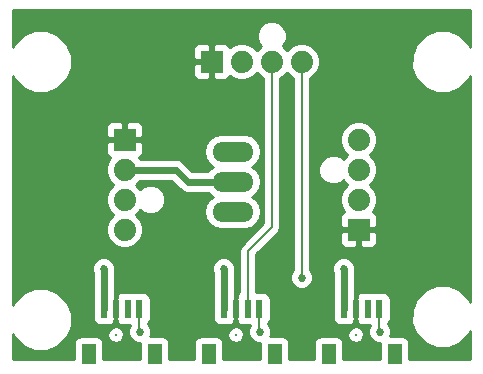
<source format=gtl>
G04 #@! TF.FileFunction,Copper,L1,Top,Signal*
%FSLAX46Y46*%
G04 Gerber Fmt 4.6, Leading zero omitted, Abs format (unit mm)*
G04 Created by KiCad (PCBNEW 4.0.6) date Friday, March 31, 2017 'PMt' 06:41:41 PM*
%MOMM*%
%LPD*%
G01*
G04 APERTURE LIST*
%ADD10C,0.100000*%
%ADD11R,0.600000X1.550000*%
%ADD12R,1.200000X1.800000*%
%ADD13C,1.879600*%
%ADD14R,1.879600X1.879600*%
%ADD15O,3.500120X1.699260*%
%ADD16C,0.685800*%
%ADD17C,0.152400*%
%ADD18C,0.600000*%
%ADD19C,0.254000*%
G04 APERTURE END LIST*
D10*
D11*
X157250000Y-119982500D03*
X158250000Y-119982500D03*
X159250000Y-119982500D03*
X160250000Y-119982500D03*
D12*
X155950000Y-123857500D03*
X161550000Y-123857500D03*
D13*
X158496000Y-110744000D03*
D14*
X158496000Y-113284000D03*
D13*
X158496000Y-105664000D03*
X158496000Y-108204000D03*
X138684000Y-108204000D03*
D14*
X138684000Y-105664000D03*
D13*
X138684000Y-113284000D03*
X138684000Y-110744000D03*
D15*
X147828000Y-109220000D03*
X147828000Y-106680000D03*
X147828000Y-111760000D03*
D11*
X147090000Y-119982500D03*
X148090000Y-119982500D03*
X149090000Y-119982500D03*
X150090000Y-119982500D03*
D12*
X145790000Y-123857500D03*
X151390000Y-123857500D03*
D11*
X136930000Y-119982500D03*
X137930000Y-119982500D03*
X138930000Y-119982500D03*
X139930000Y-119982500D03*
D12*
X135630000Y-123857500D03*
X141230000Y-123857500D03*
D13*
X148590000Y-99060000D03*
D14*
X146050000Y-99060000D03*
D13*
X153670000Y-99060000D03*
X151130000Y-99060000D03*
D16*
X157226000Y-116586000D03*
X136906000Y-116586000D03*
X147066000Y-116586000D03*
X153670000Y-117348000D03*
X150114000Y-121920000D03*
X160274000Y-121920000D03*
X139954000Y-121920000D03*
D17*
X137922000Y-122174000D02*
X137930000Y-122166000D01*
X148082000Y-122174000D02*
X148090000Y-122166000D01*
X158242000Y-122174000D02*
X158250000Y-122166000D01*
D18*
X138684000Y-108204000D02*
X143002000Y-108204000D01*
X144018000Y-109220000D02*
X147828000Y-109220000D01*
X143002000Y-108204000D02*
X144018000Y-109220000D01*
D17*
X138684000Y-108204000D02*
X138684000Y-107950000D01*
X146558000Y-109220000D02*
X147828000Y-109220000D01*
D18*
X157250000Y-119982500D02*
X157250000Y-116610000D01*
D17*
X157250000Y-116610000D02*
X157226000Y-116586000D01*
D18*
X136930000Y-119982500D02*
X136930000Y-116610000D01*
D17*
X136930000Y-116610000D02*
X136906000Y-116586000D01*
D18*
X147090000Y-119982500D02*
X147090000Y-116610000D01*
D17*
X147090000Y-116610000D02*
X147066000Y-116586000D01*
X153670000Y-99060000D02*
X153670000Y-117348000D01*
X150090000Y-119982500D02*
X150090000Y-121896000D01*
X150090000Y-121896000D02*
X150114000Y-121920000D01*
X139930000Y-119982500D02*
X139930000Y-121896000D01*
X160250000Y-121896000D02*
X160250000Y-119982500D01*
X160274000Y-121920000D02*
X160250000Y-121896000D01*
X139930000Y-121896000D02*
X139954000Y-121920000D01*
X151130000Y-99060000D02*
X151130000Y-113030000D01*
X149090000Y-115070000D02*
X149090000Y-119982500D01*
X151130000Y-113030000D02*
X149090000Y-115070000D01*
D19*
G36*
X167946000Y-97818265D02*
X167843147Y-97569342D01*
X167102557Y-96827458D01*
X166134433Y-96425458D01*
X165086166Y-96424543D01*
X164117342Y-96824853D01*
X163375458Y-97565443D01*
X162973458Y-98533567D01*
X162972543Y-99581834D01*
X163372853Y-100550658D01*
X164113443Y-101292542D01*
X165081567Y-101694542D01*
X166129834Y-101695457D01*
X167098658Y-101295147D01*
X167840542Y-100554557D01*
X167946000Y-100300586D01*
X167946000Y-119408265D01*
X167843147Y-119159342D01*
X167102557Y-118417458D01*
X166134433Y-118015458D01*
X165086166Y-118014543D01*
X164117342Y-118414853D01*
X163375458Y-119155443D01*
X162973458Y-120123567D01*
X162972543Y-121171834D01*
X163372853Y-122140658D01*
X164113443Y-122882542D01*
X165081567Y-123284542D01*
X166129834Y-123285457D01*
X167098658Y-122885147D01*
X167840542Y-122144557D01*
X167946000Y-121890586D01*
X167946000Y-124258000D01*
X162797440Y-124258000D01*
X162797440Y-122957500D01*
X162753162Y-122722183D01*
X162614090Y-122506059D01*
X162401890Y-122361069D01*
X162150000Y-122310060D01*
X161170888Y-122310060D01*
X161251730Y-122115370D01*
X161252069Y-121726337D01*
X161103507Y-121366788D01*
X160975333Y-121238390D01*
X161001441Y-121221590D01*
X161146431Y-121009390D01*
X161197440Y-120757500D01*
X161197440Y-119207500D01*
X161153162Y-118972183D01*
X161014090Y-118756059D01*
X160801890Y-118611069D01*
X160550000Y-118560060D01*
X159950000Y-118560060D01*
X159742658Y-118599074D01*
X159550000Y-118560060D01*
X158950000Y-118560060D01*
X158741150Y-118599358D01*
X158676309Y-118572500D01*
X158535750Y-118572500D01*
X158377000Y-118731250D01*
X158377000Y-118921318D01*
X158353569Y-118955610D01*
X158302560Y-119207500D01*
X158302560Y-120757500D01*
X158346838Y-120992817D01*
X158377000Y-121039690D01*
X158377000Y-121233750D01*
X158535750Y-121392500D01*
X158676309Y-121392500D01*
X158746007Y-121363630D01*
X158950000Y-121404940D01*
X159429017Y-121404940D01*
X159296270Y-121724630D01*
X159295931Y-122113663D01*
X159444493Y-122473212D01*
X159719341Y-122748540D01*
X160078630Y-122897730D01*
X160314622Y-122897936D01*
X160302560Y-122957500D01*
X160302560Y-124258000D01*
X157197440Y-124258000D01*
X157197440Y-122957500D01*
X157153162Y-122722183D01*
X157014090Y-122506059D01*
X156801890Y-122361069D01*
X156550000Y-122310060D01*
X155350000Y-122310060D01*
X155114683Y-122354338D01*
X154898559Y-122493410D01*
X154753569Y-122705610D01*
X154702560Y-122957500D01*
X154702560Y-124258000D01*
X152637440Y-124258000D01*
X152637440Y-122957500D01*
X152593162Y-122722183D01*
X152454090Y-122506059D01*
X152241890Y-122361069D01*
X151990000Y-122310060D01*
X151010888Y-122310060D01*
X151067384Y-122174000D01*
X157530800Y-122174000D01*
X157584937Y-122446165D01*
X157739106Y-122676894D01*
X157969835Y-122831063D01*
X158242000Y-122885200D01*
X158514165Y-122831063D01*
X158744894Y-122676894D01*
X158752895Y-122668894D01*
X158907063Y-122438164D01*
X158961200Y-122166000D01*
X158907063Y-121893835D01*
X158752895Y-121663105D01*
X158522165Y-121508937D01*
X158250000Y-121454800D01*
X157977836Y-121508937D01*
X157747106Y-121663105D01*
X157739106Y-121671106D01*
X157584937Y-121901835D01*
X157530800Y-122174000D01*
X151067384Y-122174000D01*
X151091730Y-122115370D01*
X151092069Y-121726337D01*
X150943507Y-121366788D01*
X150815333Y-121238390D01*
X150841441Y-121221590D01*
X150986431Y-121009390D01*
X151037440Y-120757500D01*
X151037440Y-119207500D01*
X150993162Y-118972183D01*
X150854090Y-118756059D01*
X150641890Y-118611069D01*
X150390000Y-118560060D01*
X149801200Y-118560060D01*
X149801200Y-115364588D01*
X151632895Y-113532894D01*
X151787063Y-113302164D01*
X151841200Y-113030000D01*
X151841200Y-100470074D01*
X152020887Y-100395829D01*
X152400273Y-100017104D01*
X152776783Y-100394272D01*
X152958800Y-100469852D01*
X152958800Y-116676206D01*
X152841460Y-116793341D01*
X152692270Y-117152630D01*
X152691931Y-117541663D01*
X152840493Y-117901212D01*
X153115341Y-118176540D01*
X153474630Y-118325730D01*
X153863663Y-118326069D01*
X154223212Y-118177507D01*
X154498540Y-117902659D01*
X154647730Y-117543370D01*
X154648069Y-117154337D01*
X154499507Y-116794788D01*
X154484409Y-116779663D01*
X156247931Y-116779663D01*
X156315000Y-116941983D01*
X156315000Y-119146069D01*
X156302560Y-119207500D01*
X156302560Y-120757500D01*
X156346838Y-120992817D01*
X156485910Y-121208941D01*
X156698110Y-121353931D01*
X156950000Y-121404940D01*
X157550000Y-121404940D01*
X157758850Y-121365642D01*
X157823691Y-121392500D01*
X157964250Y-121392500D01*
X158123000Y-121233750D01*
X158123000Y-121043682D01*
X158146431Y-121009390D01*
X158197440Y-120757500D01*
X158197440Y-119207500D01*
X158185000Y-119141387D01*
X158185000Y-116826477D01*
X158203730Y-116781370D01*
X158204069Y-116392337D01*
X158055507Y-116032788D01*
X157780659Y-115757460D01*
X157421370Y-115608270D01*
X157032337Y-115607931D01*
X156672788Y-115756493D01*
X156397460Y-116031341D01*
X156248270Y-116390630D01*
X156247931Y-116779663D01*
X154484409Y-116779663D01*
X154381200Y-116676274D01*
X154381200Y-113569750D01*
X156921200Y-113569750D01*
X156921200Y-114350109D01*
X157017873Y-114583498D01*
X157196501Y-114762127D01*
X157429890Y-114858800D01*
X158210250Y-114858800D01*
X158369000Y-114700050D01*
X158369000Y-113411000D01*
X158623000Y-113411000D01*
X158623000Y-114700050D01*
X158781750Y-114858800D01*
X159562110Y-114858800D01*
X159795499Y-114762127D01*
X159974127Y-114583498D01*
X160070800Y-114350109D01*
X160070800Y-113569750D01*
X159912050Y-113411000D01*
X158623000Y-113411000D01*
X158369000Y-113411000D01*
X157079950Y-113411000D01*
X156921200Y-113569750D01*
X154381200Y-113569750D01*
X154381200Y-108453530D01*
X155075782Y-108453530D01*
X155267201Y-108916800D01*
X155621335Y-109271553D01*
X156084271Y-109463781D01*
X156585530Y-109464218D01*
X157048800Y-109272799D01*
X157193539Y-109128313D01*
X157538896Y-109474273D01*
X157161728Y-109850783D01*
X156921474Y-110429379D01*
X156920927Y-111055873D01*
X157160171Y-111634887D01*
X157291555Y-111766500D01*
X157196501Y-111805873D01*
X157017873Y-111984502D01*
X156921200Y-112217891D01*
X156921200Y-112998250D01*
X157079950Y-113157000D01*
X158369000Y-113157000D01*
X158369000Y-113137000D01*
X158623000Y-113137000D01*
X158623000Y-113157000D01*
X159912050Y-113157000D01*
X160070800Y-112998250D01*
X160070800Y-112217891D01*
X159974127Y-111984502D01*
X159795499Y-111805873D01*
X159700670Y-111766593D01*
X159830272Y-111637217D01*
X160070526Y-111058621D01*
X160071073Y-110432127D01*
X159831829Y-109853113D01*
X159453104Y-109473727D01*
X159830272Y-109097217D01*
X160070526Y-108518621D01*
X160071073Y-107892127D01*
X159831829Y-107313113D01*
X159453104Y-106933727D01*
X159830272Y-106557217D01*
X160070526Y-105978621D01*
X160071073Y-105352127D01*
X159831829Y-104773113D01*
X159389217Y-104329728D01*
X158810621Y-104089474D01*
X158184127Y-104088927D01*
X157605113Y-104328171D01*
X157161728Y-104770783D01*
X156921474Y-105349379D01*
X156920927Y-105975873D01*
X157160171Y-106554887D01*
X157538896Y-106934273D01*
X157193267Y-107279299D01*
X157050665Y-107136447D01*
X156587729Y-106944219D01*
X156086470Y-106943782D01*
X155623200Y-107135201D01*
X155268447Y-107489335D01*
X155076219Y-107952271D01*
X155075782Y-108453530D01*
X154381200Y-108453530D01*
X154381200Y-100470074D01*
X154560887Y-100395829D01*
X155004272Y-99953217D01*
X155244526Y-99374621D01*
X155245073Y-98748127D01*
X155005829Y-98169113D01*
X154563217Y-97725728D01*
X153984621Y-97485474D01*
X153358127Y-97484927D01*
X152779113Y-97724171D01*
X152399727Y-98102896D01*
X152054701Y-97757267D01*
X152197553Y-97614665D01*
X152389781Y-97151729D01*
X152390218Y-96650470D01*
X152198799Y-96187200D01*
X151844665Y-95832447D01*
X151381729Y-95640219D01*
X150880470Y-95639782D01*
X150417200Y-95831201D01*
X150062447Y-96185335D01*
X149870219Y-96648271D01*
X149869782Y-97149530D01*
X150061201Y-97612800D01*
X150205687Y-97757539D01*
X149859727Y-98102896D01*
X149483217Y-97725728D01*
X148904621Y-97485474D01*
X148278127Y-97484927D01*
X147699113Y-97724171D01*
X147567500Y-97855555D01*
X147528127Y-97760501D01*
X147349498Y-97581873D01*
X147116109Y-97485200D01*
X146335750Y-97485200D01*
X146177000Y-97643950D01*
X146177000Y-98933000D01*
X146197000Y-98933000D01*
X146197000Y-99187000D01*
X146177000Y-99187000D01*
X146177000Y-100476050D01*
X146335750Y-100634800D01*
X147116109Y-100634800D01*
X147349498Y-100538127D01*
X147528127Y-100359499D01*
X147567407Y-100264670D01*
X147696783Y-100394272D01*
X148275379Y-100634526D01*
X148901873Y-100635073D01*
X149480887Y-100395829D01*
X149860273Y-100017104D01*
X150236783Y-100394272D01*
X150418800Y-100469852D01*
X150418800Y-112735411D01*
X148587106Y-114567106D01*
X148432937Y-114797835D01*
X148432937Y-114797836D01*
X148378800Y-115070000D01*
X148378800Y-118572500D01*
X148375750Y-118572500D01*
X148217000Y-118731250D01*
X148217000Y-118921318D01*
X148193569Y-118955610D01*
X148142560Y-119207500D01*
X148142560Y-120757500D01*
X148186838Y-120992817D01*
X148217000Y-121039690D01*
X148217000Y-121233750D01*
X148375750Y-121392500D01*
X148516309Y-121392500D01*
X148586007Y-121363630D01*
X148790000Y-121404940D01*
X149269017Y-121404940D01*
X149136270Y-121724630D01*
X149135931Y-122113663D01*
X149284493Y-122473212D01*
X149559341Y-122748540D01*
X149918630Y-122897730D01*
X150154622Y-122897936D01*
X150142560Y-122957500D01*
X150142560Y-124258000D01*
X147037440Y-124258000D01*
X147037440Y-122957500D01*
X146993162Y-122722183D01*
X146854090Y-122506059D01*
X146641890Y-122361069D01*
X146390000Y-122310060D01*
X145190000Y-122310060D01*
X144954683Y-122354338D01*
X144738559Y-122493410D01*
X144593569Y-122705610D01*
X144542560Y-122957500D01*
X144542560Y-124258000D01*
X142477440Y-124258000D01*
X142477440Y-122957500D01*
X142433162Y-122722183D01*
X142294090Y-122506059D01*
X142081890Y-122361069D01*
X141830000Y-122310060D01*
X140850888Y-122310060D01*
X140907384Y-122174000D01*
X147370800Y-122174000D01*
X147424937Y-122446165D01*
X147579106Y-122676894D01*
X147809835Y-122831063D01*
X148082000Y-122885200D01*
X148354165Y-122831063D01*
X148584894Y-122676894D01*
X148592895Y-122668894D01*
X148747063Y-122438164D01*
X148801200Y-122166000D01*
X148747063Y-121893835D01*
X148592895Y-121663105D01*
X148362165Y-121508937D01*
X148090000Y-121454800D01*
X147817836Y-121508937D01*
X147587106Y-121663105D01*
X147579106Y-121671106D01*
X147424937Y-121901835D01*
X147370800Y-122174000D01*
X140907384Y-122174000D01*
X140931730Y-122115370D01*
X140932069Y-121726337D01*
X140783507Y-121366788D01*
X140655333Y-121238390D01*
X140681441Y-121221590D01*
X140826431Y-121009390D01*
X140877440Y-120757500D01*
X140877440Y-119207500D01*
X140833162Y-118972183D01*
X140694090Y-118756059D01*
X140481890Y-118611069D01*
X140230000Y-118560060D01*
X139630000Y-118560060D01*
X139422658Y-118599074D01*
X139230000Y-118560060D01*
X138630000Y-118560060D01*
X138421150Y-118599358D01*
X138356309Y-118572500D01*
X138215750Y-118572500D01*
X138057000Y-118731250D01*
X138057000Y-118921318D01*
X138033569Y-118955610D01*
X137982560Y-119207500D01*
X137982560Y-120757500D01*
X138026838Y-120992817D01*
X138057000Y-121039690D01*
X138057000Y-121233750D01*
X138215750Y-121392500D01*
X138356309Y-121392500D01*
X138426007Y-121363630D01*
X138630000Y-121404940D01*
X139109017Y-121404940D01*
X138976270Y-121724630D01*
X138975931Y-122113663D01*
X139124493Y-122473212D01*
X139399341Y-122748540D01*
X139758630Y-122897730D01*
X139994622Y-122897936D01*
X139982560Y-122957500D01*
X139982560Y-124258000D01*
X136877440Y-124258000D01*
X136877440Y-122957500D01*
X136833162Y-122722183D01*
X136694090Y-122506059D01*
X136481890Y-122361069D01*
X136230000Y-122310060D01*
X135030000Y-122310060D01*
X134794683Y-122354338D01*
X134578559Y-122493410D01*
X134433569Y-122705610D01*
X134382560Y-122957500D01*
X134382560Y-124258000D01*
X129234000Y-124258000D01*
X129234000Y-122145735D01*
X129336853Y-122394658D01*
X130077443Y-123136542D01*
X131045567Y-123538542D01*
X132093834Y-123539457D01*
X133062658Y-123139147D01*
X133804542Y-122398557D01*
X133897786Y-122174000D01*
X137210800Y-122174000D01*
X137264937Y-122446165D01*
X137419106Y-122676894D01*
X137649835Y-122831063D01*
X137922000Y-122885200D01*
X138194165Y-122831063D01*
X138424894Y-122676894D01*
X138432895Y-122668894D01*
X138587063Y-122438164D01*
X138641200Y-122166000D01*
X138587063Y-121893835D01*
X138432895Y-121663105D01*
X138202165Y-121508937D01*
X137930000Y-121454800D01*
X137657836Y-121508937D01*
X137427106Y-121663105D01*
X137419106Y-121671106D01*
X137264937Y-121901835D01*
X137210800Y-122174000D01*
X133897786Y-122174000D01*
X134206542Y-121430433D01*
X134207457Y-120382166D01*
X133807147Y-119413342D01*
X133066557Y-118671458D01*
X132098433Y-118269458D01*
X131050166Y-118268543D01*
X130081342Y-118668853D01*
X129339458Y-119409443D01*
X129234000Y-119663414D01*
X129234000Y-116779663D01*
X135927931Y-116779663D01*
X135995000Y-116941983D01*
X135995000Y-119146069D01*
X135982560Y-119207500D01*
X135982560Y-120757500D01*
X136026838Y-120992817D01*
X136165910Y-121208941D01*
X136378110Y-121353931D01*
X136630000Y-121404940D01*
X137230000Y-121404940D01*
X137438850Y-121365642D01*
X137503691Y-121392500D01*
X137644250Y-121392500D01*
X137803000Y-121233750D01*
X137803000Y-121043682D01*
X137826431Y-121009390D01*
X137877440Y-120757500D01*
X137877440Y-119207500D01*
X137865000Y-119141387D01*
X137865000Y-116826477D01*
X137883730Y-116781370D01*
X137883731Y-116779663D01*
X146087931Y-116779663D01*
X146155000Y-116941983D01*
X146155000Y-119146069D01*
X146142560Y-119207500D01*
X146142560Y-120757500D01*
X146186838Y-120992817D01*
X146325910Y-121208941D01*
X146538110Y-121353931D01*
X146790000Y-121404940D01*
X147390000Y-121404940D01*
X147598850Y-121365642D01*
X147663691Y-121392500D01*
X147804250Y-121392500D01*
X147963000Y-121233750D01*
X147963000Y-121043682D01*
X147986431Y-121009390D01*
X148037440Y-120757500D01*
X148037440Y-119207500D01*
X148025000Y-119141387D01*
X148025000Y-116826477D01*
X148043730Y-116781370D01*
X148044069Y-116392337D01*
X147895507Y-116032788D01*
X147620659Y-115757460D01*
X147261370Y-115608270D01*
X146872337Y-115607931D01*
X146512788Y-115756493D01*
X146237460Y-116031341D01*
X146088270Y-116390630D01*
X146087931Y-116779663D01*
X137883731Y-116779663D01*
X137884069Y-116392337D01*
X137735507Y-116032788D01*
X137460659Y-115757460D01*
X137101370Y-115608270D01*
X136712337Y-115607931D01*
X136352788Y-115756493D01*
X136077460Y-116031341D01*
X135928270Y-116390630D01*
X135927931Y-116779663D01*
X129234000Y-116779663D01*
X129234000Y-108515873D01*
X137108927Y-108515873D01*
X137348171Y-109094887D01*
X137726896Y-109474273D01*
X137349728Y-109850783D01*
X137109474Y-110429379D01*
X137108927Y-111055873D01*
X137348171Y-111634887D01*
X137726896Y-112014273D01*
X137349728Y-112390783D01*
X137109474Y-112969379D01*
X137108927Y-113595873D01*
X137348171Y-114174887D01*
X137790783Y-114618272D01*
X138369379Y-114858526D01*
X138995873Y-114859073D01*
X139574887Y-114619829D01*
X140018272Y-114177217D01*
X140258526Y-113598621D01*
X140259073Y-112972127D01*
X140019829Y-112393113D01*
X139641104Y-112013727D01*
X139986733Y-111668701D01*
X140129335Y-111811553D01*
X140592271Y-112003781D01*
X141093530Y-112004218D01*
X141556800Y-111812799D01*
X141911553Y-111458665D01*
X142103781Y-110995729D01*
X142104218Y-110494470D01*
X141912799Y-110031200D01*
X141558665Y-109676447D01*
X141095729Y-109484219D01*
X140594470Y-109483782D01*
X140131200Y-109675201D01*
X139986461Y-109819687D01*
X139641104Y-109473727D01*
X139976416Y-109139000D01*
X142614710Y-109139000D01*
X143356855Y-109881145D01*
X143660191Y-110083827D01*
X144018000Y-110155000D01*
X145754351Y-110155000D01*
X145831052Y-110269792D01*
X146160617Y-110490000D01*
X145831052Y-110710208D01*
X145509225Y-111191857D01*
X145396214Y-111760000D01*
X145509225Y-112328143D01*
X145831052Y-112809792D01*
X146312701Y-113131619D01*
X146880844Y-113244630D01*
X148775156Y-113244630D01*
X149343299Y-113131619D01*
X149824948Y-112809792D01*
X150146775Y-112328143D01*
X150259786Y-111760000D01*
X150146775Y-111191857D01*
X149824948Y-110710208D01*
X149495383Y-110490000D01*
X149824948Y-110269792D01*
X150146775Y-109788143D01*
X150259786Y-109220000D01*
X150146775Y-108651857D01*
X149824948Y-108170208D01*
X149495383Y-107950000D01*
X149824948Y-107729792D01*
X150146775Y-107248143D01*
X150259786Y-106680000D01*
X150146775Y-106111857D01*
X149824948Y-105630208D01*
X149343299Y-105308381D01*
X148775156Y-105195370D01*
X146880844Y-105195370D01*
X146312701Y-105308381D01*
X145831052Y-105630208D01*
X145509225Y-106111857D01*
X145396214Y-106680000D01*
X145509225Y-107248143D01*
X145831052Y-107729792D01*
X146160617Y-107950000D01*
X145831052Y-108170208D01*
X145754351Y-108285000D01*
X144405290Y-108285000D01*
X143663145Y-107542855D01*
X143359809Y-107340173D01*
X143002000Y-107269000D01*
X139975793Y-107269000D01*
X139888445Y-107181500D01*
X139983499Y-107142127D01*
X140162127Y-106963498D01*
X140258800Y-106730109D01*
X140258800Y-105949750D01*
X140100050Y-105791000D01*
X138811000Y-105791000D01*
X138811000Y-105811000D01*
X138557000Y-105811000D01*
X138557000Y-105791000D01*
X137267950Y-105791000D01*
X137109200Y-105949750D01*
X137109200Y-106730109D01*
X137205873Y-106963498D01*
X137384501Y-107142127D01*
X137479330Y-107181407D01*
X137349728Y-107310783D01*
X137109474Y-107889379D01*
X137108927Y-108515873D01*
X129234000Y-108515873D01*
X129234000Y-104597891D01*
X137109200Y-104597891D01*
X137109200Y-105378250D01*
X137267950Y-105537000D01*
X138557000Y-105537000D01*
X138557000Y-104247950D01*
X138811000Y-104247950D01*
X138811000Y-105537000D01*
X140100050Y-105537000D01*
X140258800Y-105378250D01*
X140258800Y-104597891D01*
X140162127Y-104364502D01*
X139983499Y-104185873D01*
X139750110Y-104089200D01*
X138969750Y-104089200D01*
X138811000Y-104247950D01*
X138557000Y-104247950D01*
X138398250Y-104089200D01*
X137617890Y-104089200D01*
X137384501Y-104185873D01*
X137205873Y-104364502D01*
X137109200Y-104597891D01*
X129234000Y-104597891D01*
X129234000Y-100301735D01*
X129336853Y-100550658D01*
X130077443Y-101292542D01*
X131045567Y-101694542D01*
X132093834Y-101695457D01*
X133062658Y-101295147D01*
X133804542Y-100554557D01*
X134206542Y-99586433D01*
X134206752Y-99345750D01*
X144475200Y-99345750D01*
X144475200Y-100126110D01*
X144571873Y-100359499D01*
X144750502Y-100538127D01*
X144983891Y-100634800D01*
X145764250Y-100634800D01*
X145923000Y-100476050D01*
X145923000Y-99187000D01*
X144633950Y-99187000D01*
X144475200Y-99345750D01*
X134206752Y-99345750D01*
X134207457Y-98538166D01*
X133982567Y-97993890D01*
X144475200Y-97993890D01*
X144475200Y-98774250D01*
X144633950Y-98933000D01*
X145923000Y-98933000D01*
X145923000Y-97643950D01*
X145764250Y-97485200D01*
X144983891Y-97485200D01*
X144750502Y-97581873D01*
X144571873Y-97760501D01*
X144475200Y-97993890D01*
X133982567Y-97993890D01*
X133807147Y-97569342D01*
X133066557Y-96827458D01*
X132098433Y-96425458D01*
X131050166Y-96424543D01*
X130081342Y-96824853D01*
X129339458Y-97565443D01*
X129234000Y-97819414D01*
X129234000Y-94690000D01*
X167946000Y-94690000D01*
X167946000Y-97818265D01*
X167946000Y-97818265D01*
G37*
X167946000Y-97818265D02*
X167843147Y-97569342D01*
X167102557Y-96827458D01*
X166134433Y-96425458D01*
X165086166Y-96424543D01*
X164117342Y-96824853D01*
X163375458Y-97565443D01*
X162973458Y-98533567D01*
X162972543Y-99581834D01*
X163372853Y-100550658D01*
X164113443Y-101292542D01*
X165081567Y-101694542D01*
X166129834Y-101695457D01*
X167098658Y-101295147D01*
X167840542Y-100554557D01*
X167946000Y-100300586D01*
X167946000Y-119408265D01*
X167843147Y-119159342D01*
X167102557Y-118417458D01*
X166134433Y-118015458D01*
X165086166Y-118014543D01*
X164117342Y-118414853D01*
X163375458Y-119155443D01*
X162973458Y-120123567D01*
X162972543Y-121171834D01*
X163372853Y-122140658D01*
X164113443Y-122882542D01*
X165081567Y-123284542D01*
X166129834Y-123285457D01*
X167098658Y-122885147D01*
X167840542Y-122144557D01*
X167946000Y-121890586D01*
X167946000Y-124258000D01*
X162797440Y-124258000D01*
X162797440Y-122957500D01*
X162753162Y-122722183D01*
X162614090Y-122506059D01*
X162401890Y-122361069D01*
X162150000Y-122310060D01*
X161170888Y-122310060D01*
X161251730Y-122115370D01*
X161252069Y-121726337D01*
X161103507Y-121366788D01*
X160975333Y-121238390D01*
X161001441Y-121221590D01*
X161146431Y-121009390D01*
X161197440Y-120757500D01*
X161197440Y-119207500D01*
X161153162Y-118972183D01*
X161014090Y-118756059D01*
X160801890Y-118611069D01*
X160550000Y-118560060D01*
X159950000Y-118560060D01*
X159742658Y-118599074D01*
X159550000Y-118560060D01*
X158950000Y-118560060D01*
X158741150Y-118599358D01*
X158676309Y-118572500D01*
X158535750Y-118572500D01*
X158377000Y-118731250D01*
X158377000Y-118921318D01*
X158353569Y-118955610D01*
X158302560Y-119207500D01*
X158302560Y-120757500D01*
X158346838Y-120992817D01*
X158377000Y-121039690D01*
X158377000Y-121233750D01*
X158535750Y-121392500D01*
X158676309Y-121392500D01*
X158746007Y-121363630D01*
X158950000Y-121404940D01*
X159429017Y-121404940D01*
X159296270Y-121724630D01*
X159295931Y-122113663D01*
X159444493Y-122473212D01*
X159719341Y-122748540D01*
X160078630Y-122897730D01*
X160314622Y-122897936D01*
X160302560Y-122957500D01*
X160302560Y-124258000D01*
X157197440Y-124258000D01*
X157197440Y-122957500D01*
X157153162Y-122722183D01*
X157014090Y-122506059D01*
X156801890Y-122361069D01*
X156550000Y-122310060D01*
X155350000Y-122310060D01*
X155114683Y-122354338D01*
X154898559Y-122493410D01*
X154753569Y-122705610D01*
X154702560Y-122957500D01*
X154702560Y-124258000D01*
X152637440Y-124258000D01*
X152637440Y-122957500D01*
X152593162Y-122722183D01*
X152454090Y-122506059D01*
X152241890Y-122361069D01*
X151990000Y-122310060D01*
X151010888Y-122310060D01*
X151067384Y-122174000D01*
X157530800Y-122174000D01*
X157584937Y-122446165D01*
X157739106Y-122676894D01*
X157969835Y-122831063D01*
X158242000Y-122885200D01*
X158514165Y-122831063D01*
X158744894Y-122676894D01*
X158752895Y-122668894D01*
X158907063Y-122438164D01*
X158961200Y-122166000D01*
X158907063Y-121893835D01*
X158752895Y-121663105D01*
X158522165Y-121508937D01*
X158250000Y-121454800D01*
X157977836Y-121508937D01*
X157747106Y-121663105D01*
X157739106Y-121671106D01*
X157584937Y-121901835D01*
X157530800Y-122174000D01*
X151067384Y-122174000D01*
X151091730Y-122115370D01*
X151092069Y-121726337D01*
X150943507Y-121366788D01*
X150815333Y-121238390D01*
X150841441Y-121221590D01*
X150986431Y-121009390D01*
X151037440Y-120757500D01*
X151037440Y-119207500D01*
X150993162Y-118972183D01*
X150854090Y-118756059D01*
X150641890Y-118611069D01*
X150390000Y-118560060D01*
X149801200Y-118560060D01*
X149801200Y-115364588D01*
X151632895Y-113532894D01*
X151787063Y-113302164D01*
X151841200Y-113030000D01*
X151841200Y-100470074D01*
X152020887Y-100395829D01*
X152400273Y-100017104D01*
X152776783Y-100394272D01*
X152958800Y-100469852D01*
X152958800Y-116676206D01*
X152841460Y-116793341D01*
X152692270Y-117152630D01*
X152691931Y-117541663D01*
X152840493Y-117901212D01*
X153115341Y-118176540D01*
X153474630Y-118325730D01*
X153863663Y-118326069D01*
X154223212Y-118177507D01*
X154498540Y-117902659D01*
X154647730Y-117543370D01*
X154648069Y-117154337D01*
X154499507Y-116794788D01*
X154484409Y-116779663D01*
X156247931Y-116779663D01*
X156315000Y-116941983D01*
X156315000Y-119146069D01*
X156302560Y-119207500D01*
X156302560Y-120757500D01*
X156346838Y-120992817D01*
X156485910Y-121208941D01*
X156698110Y-121353931D01*
X156950000Y-121404940D01*
X157550000Y-121404940D01*
X157758850Y-121365642D01*
X157823691Y-121392500D01*
X157964250Y-121392500D01*
X158123000Y-121233750D01*
X158123000Y-121043682D01*
X158146431Y-121009390D01*
X158197440Y-120757500D01*
X158197440Y-119207500D01*
X158185000Y-119141387D01*
X158185000Y-116826477D01*
X158203730Y-116781370D01*
X158204069Y-116392337D01*
X158055507Y-116032788D01*
X157780659Y-115757460D01*
X157421370Y-115608270D01*
X157032337Y-115607931D01*
X156672788Y-115756493D01*
X156397460Y-116031341D01*
X156248270Y-116390630D01*
X156247931Y-116779663D01*
X154484409Y-116779663D01*
X154381200Y-116676274D01*
X154381200Y-113569750D01*
X156921200Y-113569750D01*
X156921200Y-114350109D01*
X157017873Y-114583498D01*
X157196501Y-114762127D01*
X157429890Y-114858800D01*
X158210250Y-114858800D01*
X158369000Y-114700050D01*
X158369000Y-113411000D01*
X158623000Y-113411000D01*
X158623000Y-114700050D01*
X158781750Y-114858800D01*
X159562110Y-114858800D01*
X159795499Y-114762127D01*
X159974127Y-114583498D01*
X160070800Y-114350109D01*
X160070800Y-113569750D01*
X159912050Y-113411000D01*
X158623000Y-113411000D01*
X158369000Y-113411000D01*
X157079950Y-113411000D01*
X156921200Y-113569750D01*
X154381200Y-113569750D01*
X154381200Y-108453530D01*
X155075782Y-108453530D01*
X155267201Y-108916800D01*
X155621335Y-109271553D01*
X156084271Y-109463781D01*
X156585530Y-109464218D01*
X157048800Y-109272799D01*
X157193539Y-109128313D01*
X157538896Y-109474273D01*
X157161728Y-109850783D01*
X156921474Y-110429379D01*
X156920927Y-111055873D01*
X157160171Y-111634887D01*
X157291555Y-111766500D01*
X157196501Y-111805873D01*
X157017873Y-111984502D01*
X156921200Y-112217891D01*
X156921200Y-112998250D01*
X157079950Y-113157000D01*
X158369000Y-113157000D01*
X158369000Y-113137000D01*
X158623000Y-113137000D01*
X158623000Y-113157000D01*
X159912050Y-113157000D01*
X160070800Y-112998250D01*
X160070800Y-112217891D01*
X159974127Y-111984502D01*
X159795499Y-111805873D01*
X159700670Y-111766593D01*
X159830272Y-111637217D01*
X160070526Y-111058621D01*
X160071073Y-110432127D01*
X159831829Y-109853113D01*
X159453104Y-109473727D01*
X159830272Y-109097217D01*
X160070526Y-108518621D01*
X160071073Y-107892127D01*
X159831829Y-107313113D01*
X159453104Y-106933727D01*
X159830272Y-106557217D01*
X160070526Y-105978621D01*
X160071073Y-105352127D01*
X159831829Y-104773113D01*
X159389217Y-104329728D01*
X158810621Y-104089474D01*
X158184127Y-104088927D01*
X157605113Y-104328171D01*
X157161728Y-104770783D01*
X156921474Y-105349379D01*
X156920927Y-105975873D01*
X157160171Y-106554887D01*
X157538896Y-106934273D01*
X157193267Y-107279299D01*
X157050665Y-107136447D01*
X156587729Y-106944219D01*
X156086470Y-106943782D01*
X155623200Y-107135201D01*
X155268447Y-107489335D01*
X155076219Y-107952271D01*
X155075782Y-108453530D01*
X154381200Y-108453530D01*
X154381200Y-100470074D01*
X154560887Y-100395829D01*
X155004272Y-99953217D01*
X155244526Y-99374621D01*
X155245073Y-98748127D01*
X155005829Y-98169113D01*
X154563217Y-97725728D01*
X153984621Y-97485474D01*
X153358127Y-97484927D01*
X152779113Y-97724171D01*
X152399727Y-98102896D01*
X152054701Y-97757267D01*
X152197553Y-97614665D01*
X152389781Y-97151729D01*
X152390218Y-96650470D01*
X152198799Y-96187200D01*
X151844665Y-95832447D01*
X151381729Y-95640219D01*
X150880470Y-95639782D01*
X150417200Y-95831201D01*
X150062447Y-96185335D01*
X149870219Y-96648271D01*
X149869782Y-97149530D01*
X150061201Y-97612800D01*
X150205687Y-97757539D01*
X149859727Y-98102896D01*
X149483217Y-97725728D01*
X148904621Y-97485474D01*
X148278127Y-97484927D01*
X147699113Y-97724171D01*
X147567500Y-97855555D01*
X147528127Y-97760501D01*
X147349498Y-97581873D01*
X147116109Y-97485200D01*
X146335750Y-97485200D01*
X146177000Y-97643950D01*
X146177000Y-98933000D01*
X146197000Y-98933000D01*
X146197000Y-99187000D01*
X146177000Y-99187000D01*
X146177000Y-100476050D01*
X146335750Y-100634800D01*
X147116109Y-100634800D01*
X147349498Y-100538127D01*
X147528127Y-100359499D01*
X147567407Y-100264670D01*
X147696783Y-100394272D01*
X148275379Y-100634526D01*
X148901873Y-100635073D01*
X149480887Y-100395829D01*
X149860273Y-100017104D01*
X150236783Y-100394272D01*
X150418800Y-100469852D01*
X150418800Y-112735411D01*
X148587106Y-114567106D01*
X148432937Y-114797835D01*
X148432937Y-114797836D01*
X148378800Y-115070000D01*
X148378800Y-118572500D01*
X148375750Y-118572500D01*
X148217000Y-118731250D01*
X148217000Y-118921318D01*
X148193569Y-118955610D01*
X148142560Y-119207500D01*
X148142560Y-120757500D01*
X148186838Y-120992817D01*
X148217000Y-121039690D01*
X148217000Y-121233750D01*
X148375750Y-121392500D01*
X148516309Y-121392500D01*
X148586007Y-121363630D01*
X148790000Y-121404940D01*
X149269017Y-121404940D01*
X149136270Y-121724630D01*
X149135931Y-122113663D01*
X149284493Y-122473212D01*
X149559341Y-122748540D01*
X149918630Y-122897730D01*
X150154622Y-122897936D01*
X150142560Y-122957500D01*
X150142560Y-124258000D01*
X147037440Y-124258000D01*
X147037440Y-122957500D01*
X146993162Y-122722183D01*
X146854090Y-122506059D01*
X146641890Y-122361069D01*
X146390000Y-122310060D01*
X145190000Y-122310060D01*
X144954683Y-122354338D01*
X144738559Y-122493410D01*
X144593569Y-122705610D01*
X144542560Y-122957500D01*
X144542560Y-124258000D01*
X142477440Y-124258000D01*
X142477440Y-122957500D01*
X142433162Y-122722183D01*
X142294090Y-122506059D01*
X142081890Y-122361069D01*
X141830000Y-122310060D01*
X140850888Y-122310060D01*
X140907384Y-122174000D01*
X147370800Y-122174000D01*
X147424937Y-122446165D01*
X147579106Y-122676894D01*
X147809835Y-122831063D01*
X148082000Y-122885200D01*
X148354165Y-122831063D01*
X148584894Y-122676894D01*
X148592895Y-122668894D01*
X148747063Y-122438164D01*
X148801200Y-122166000D01*
X148747063Y-121893835D01*
X148592895Y-121663105D01*
X148362165Y-121508937D01*
X148090000Y-121454800D01*
X147817836Y-121508937D01*
X147587106Y-121663105D01*
X147579106Y-121671106D01*
X147424937Y-121901835D01*
X147370800Y-122174000D01*
X140907384Y-122174000D01*
X140931730Y-122115370D01*
X140932069Y-121726337D01*
X140783507Y-121366788D01*
X140655333Y-121238390D01*
X140681441Y-121221590D01*
X140826431Y-121009390D01*
X140877440Y-120757500D01*
X140877440Y-119207500D01*
X140833162Y-118972183D01*
X140694090Y-118756059D01*
X140481890Y-118611069D01*
X140230000Y-118560060D01*
X139630000Y-118560060D01*
X139422658Y-118599074D01*
X139230000Y-118560060D01*
X138630000Y-118560060D01*
X138421150Y-118599358D01*
X138356309Y-118572500D01*
X138215750Y-118572500D01*
X138057000Y-118731250D01*
X138057000Y-118921318D01*
X138033569Y-118955610D01*
X137982560Y-119207500D01*
X137982560Y-120757500D01*
X138026838Y-120992817D01*
X138057000Y-121039690D01*
X138057000Y-121233750D01*
X138215750Y-121392500D01*
X138356309Y-121392500D01*
X138426007Y-121363630D01*
X138630000Y-121404940D01*
X139109017Y-121404940D01*
X138976270Y-121724630D01*
X138975931Y-122113663D01*
X139124493Y-122473212D01*
X139399341Y-122748540D01*
X139758630Y-122897730D01*
X139994622Y-122897936D01*
X139982560Y-122957500D01*
X139982560Y-124258000D01*
X136877440Y-124258000D01*
X136877440Y-122957500D01*
X136833162Y-122722183D01*
X136694090Y-122506059D01*
X136481890Y-122361069D01*
X136230000Y-122310060D01*
X135030000Y-122310060D01*
X134794683Y-122354338D01*
X134578559Y-122493410D01*
X134433569Y-122705610D01*
X134382560Y-122957500D01*
X134382560Y-124258000D01*
X129234000Y-124258000D01*
X129234000Y-122145735D01*
X129336853Y-122394658D01*
X130077443Y-123136542D01*
X131045567Y-123538542D01*
X132093834Y-123539457D01*
X133062658Y-123139147D01*
X133804542Y-122398557D01*
X133897786Y-122174000D01*
X137210800Y-122174000D01*
X137264937Y-122446165D01*
X137419106Y-122676894D01*
X137649835Y-122831063D01*
X137922000Y-122885200D01*
X138194165Y-122831063D01*
X138424894Y-122676894D01*
X138432895Y-122668894D01*
X138587063Y-122438164D01*
X138641200Y-122166000D01*
X138587063Y-121893835D01*
X138432895Y-121663105D01*
X138202165Y-121508937D01*
X137930000Y-121454800D01*
X137657836Y-121508937D01*
X137427106Y-121663105D01*
X137419106Y-121671106D01*
X137264937Y-121901835D01*
X137210800Y-122174000D01*
X133897786Y-122174000D01*
X134206542Y-121430433D01*
X134207457Y-120382166D01*
X133807147Y-119413342D01*
X133066557Y-118671458D01*
X132098433Y-118269458D01*
X131050166Y-118268543D01*
X130081342Y-118668853D01*
X129339458Y-119409443D01*
X129234000Y-119663414D01*
X129234000Y-116779663D01*
X135927931Y-116779663D01*
X135995000Y-116941983D01*
X135995000Y-119146069D01*
X135982560Y-119207500D01*
X135982560Y-120757500D01*
X136026838Y-120992817D01*
X136165910Y-121208941D01*
X136378110Y-121353931D01*
X136630000Y-121404940D01*
X137230000Y-121404940D01*
X137438850Y-121365642D01*
X137503691Y-121392500D01*
X137644250Y-121392500D01*
X137803000Y-121233750D01*
X137803000Y-121043682D01*
X137826431Y-121009390D01*
X137877440Y-120757500D01*
X137877440Y-119207500D01*
X137865000Y-119141387D01*
X137865000Y-116826477D01*
X137883730Y-116781370D01*
X137883731Y-116779663D01*
X146087931Y-116779663D01*
X146155000Y-116941983D01*
X146155000Y-119146069D01*
X146142560Y-119207500D01*
X146142560Y-120757500D01*
X146186838Y-120992817D01*
X146325910Y-121208941D01*
X146538110Y-121353931D01*
X146790000Y-121404940D01*
X147390000Y-121404940D01*
X147598850Y-121365642D01*
X147663691Y-121392500D01*
X147804250Y-121392500D01*
X147963000Y-121233750D01*
X147963000Y-121043682D01*
X147986431Y-121009390D01*
X148037440Y-120757500D01*
X148037440Y-119207500D01*
X148025000Y-119141387D01*
X148025000Y-116826477D01*
X148043730Y-116781370D01*
X148044069Y-116392337D01*
X147895507Y-116032788D01*
X147620659Y-115757460D01*
X147261370Y-115608270D01*
X146872337Y-115607931D01*
X146512788Y-115756493D01*
X146237460Y-116031341D01*
X146088270Y-116390630D01*
X146087931Y-116779663D01*
X137883731Y-116779663D01*
X137884069Y-116392337D01*
X137735507Y-116032788D01*
X137460659Y-115757460D01*
X137101370Y-115608270D01*
X136712337Y-115607931D01*
X136352788Y-115756493D01*
X136077460Y-116031341D01*
X135928270Y-116390630D01*
X135927931Y-116779663D01*
X129234000Y-116779663D01*
X129234000Y-108515873D01*
X137108927Y-108515873D01*
X137348171Y-109094887D01*
X137726896Y-109474273D01*
X137349728Y-109850783D01*
X137109474Y-110429379D01*
X137108927Y-111055873D01*
X137348171Y-111634887D01*
X137726896Y-112014273D01*
X137349728Y-112390783D01*
X137109474Y-112969379D01*
X137108927Y-113595873D01*
X137348171Y-114174887D01*
X137790783Y-114618272D01*
X138369379Y-114858526D01*
X138995873Y-114859073D01*
X139574887Y-114619829D01*
X140018272Y-114177217D01*
X140258526Y-113598621D01*
X140259073Y-112972127D01*
X140019829Y-112393113D01*
X139641104Y-112013727D01*
X139986733Y-111668701D01*
X140129335Y-111811553D01*
X140592271Y-112003781D01*
X141093530Y-112004218D01*
X141556800Y-111812799D01*
X141911553Y-111458665D01*
X142103781Y-110995729D01*
X142104218Y-110494470D01*
X141912799Y-110031200D01*
X141558665Y-109676447D01*
X141095729Y-109484219D01*
X140594470Y-109483782D01*
X140131200Y-109675201D01*
X139986461Y-109819687D01*
X139641104Y-109473727D01*
X139976416Y-109139000D01*
X142614710Y-109139000D01*
X143356855Y-109881145D01*
X143660191Y-110083827D01*
X144018000Y-110155000D01*
X145754351Y-110155000D01*
X145831052Y-110269792D01*
X146160617Y-110490000D01*
X145831052Y-110710208D01*
X145509225Y-111191857D01*
X145396214Y-111760000D01*
X145509225Y-112328143D01*
X145831052Y-112809792D01*
X146312701Y-113131619D01*
X146880844Y-113244630D01*
X148775156Y-113244630D01*
X149343299Y-113131619D01*
X149824948Y-112809792D01*
X150146775Y-112328143D01*
X150259786Y-111760000D01*
X150146775Y-111191857D01*
X149824948Y-110710208D01*
X149495383Y-110490000D01*
X149824948Y-110269792D01*
X150146775Y-109788143D01*
X150259786Y-109220000D01*
X150146775Y-108651857D01*
X149824948Y-108170208D01*
X149495383Y-107950000D01*
X149824948Y-107729792D01*
X150146775Y-107248143D01*
X150259786Y-106680000D01*
X150146775Y-106111857D01*
X149824948Y-105630208D01*
X149343299Y-105308381D01*
X148775156Y-105195370D01*
X146880844Y-105195370D01*
X146312701Y-105308381D01*
X145831052Y-105630208D01*
X145509225Y-106111857D01*
X145396214Y-106680000D01*
X145509225Y-107248143D01*
X145831052Y-107729792D01*
X146160617Y-107950000D01*
X145831052Y-108170208D01*
X145754351Y-108285000D01*
X144405290Y-108285000D01*
X143663145Y-107542855D01*
X143359809Y-107340173D01*
X143002000Y-107269000D01*
X139975793Y-107269000D01*
X139888445Y-107181500D01*
X139983499Y-107142127D01*
X140162127Y-106963498D01*
X140258800Y-106730109D01*
X140258800Y-105949750D01*
X140100050Y-105791000D01*
X138811000Y-105791000D01*
X138811000Y-105811000D01*
X138557000Y-105811000D01*
X138557000Y-105791000D01*
X137267950Y-105791000D01*
X137109200Y-105949750D01*
X137109200Y-106730109D01*
X137205873Y-106963498D01*
X137384501Y-107142127D01*
X137479330Y-107181407D01*
X137349728Y-107310783D01*
X137109474Y-107889379D01*
X137108927Y-108515873D01*
X129234000Y-108515873D01*
X129234000Y-104597891D01*
X137109200Y-104597891D01*
X137109200Y-105378250D01*
X137267950Y-105537000D01*
X138557000Y-105537000D01*
X138557000Y-104247950D01*
X138811000Y-104247950D01*
X138811000Y-105537000D01*
X140100050Y-105537000D01*
X140258800Y-105378250D01*
X140258800Y-104597891D01*
X140162127Y-104364502D01*
X139983499Y-104185873D01*
X139750110Y-104089200D01*
X138969750Y-104089200D01*
X138811000Y-104247950D01*
X138557000Y-104247950D01*
X138398250Y-104089200D01*
X137617890Y-104089200D01*
X137384501Y-104185873D01*
X137205873Y-104364502D01*
X137109200Y-104597891D01*
X129234000Y-104597891D01*
X129234000Y-100301735D01*
X129336853Y-100550658D01*
X130077443Y-101292542D01*
X131045567Y-101694542D01*
X132093834Y-101695457D01*
X133062658Y-101295147D01*
X133804542Y-100554557D01*
X134206542Y-99586433D01*
X134206752Y-99345750D01*
X144475200Y-99345750D01*
X144475200Y-100126110D01*
X144571873Y-100359499D01*
X144750502Y-100538127D01*
X144983891Y-100634800D01*
X145764250Y-100634800D01*
X145923000Y-100476050D01*
X145923000Y-99187000D01*
X144633950Y-99187000D01*
X144475200Y-99345750D01*
X134206752Y-99345750D01*
X134207457Y-98538166D01*
X133982567Y-97993890D01*
X144475200Y-97993890D01*
X144475200Y-98774250D01*
X144633950Y-98933000D01*
X145923000Y-98933000D01*
X145923000Y-97643950D01*
X145764250Y-97485200D01*
X144983891Y-97485200D01*
X144750502Y-97581873D01*
X144571873Y-97760501D01*
X144475200Y-97993890D01*
X133982567Y-97993890D01*
X133807147Y-97569342D01*
X133066557Y-96827458D01*
X132098433Y-96425458D01*
X131050166Y-96424543D01*
X130081342Y-96824853D01*
X129339458Y-97565443D01*
X129234000Y-97819414D01*
X129234000Y-94690000D01*
X167946000Y-94690000D01*
X167946000Y-97818265D01*
M02*

</source>
